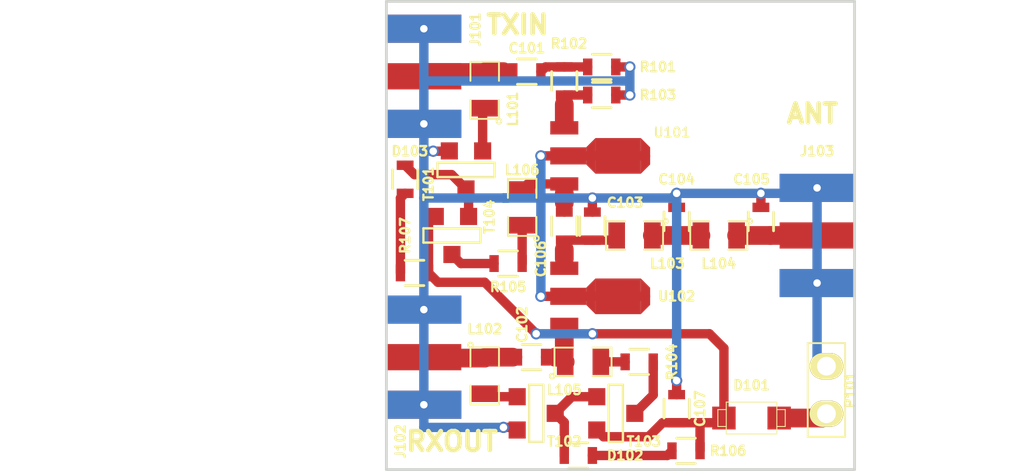
<source format=kicad_pcb>
(kicad_pcb (version 4) (host pcbnew 4.0.7)

  (general
    (links 65)
    (no_connects 0)
    (area -4.849999 16.924999 50.275001 43.575)
    (thickness 1.6)
    (drawings 8)
    (tracks 149)
    (zones 0)
    (modules 33)
    (nets 23)
  )

  (page A4)
  (layers
    (0 F.Cu signal)
    (31 B.Cu signal)
    (32 B.Adhes user)
    (33 F.Adhes user)
    (34 B.Paste user)
    (35 F.Paste user)
    (36 B.SilkS user)
    (37 F.SilkS user)
    (38 B.Mask user)
    (39 F.Mask user)
    (40 Dwgs.User user)
    (41 Cmts.User user)
    (42 Eco1.User user)
    (43 Eco2.User user)
    (44 Edge.Cuts user)
    (45 Margin user)
    (46 B.CrtYd user)
    (47 F.CrtYd user)
    (48 B.Fab user)
    (49 F.Fab user)
  )

  (setup
    (last_trace_width 0.5)
    (user_trace_width 0.4)
    (user_trace_width 0.5)
    (user_trace_width 1)
    (trace_clearance 0.2)
    (zone_clearance 0.508)
    (zone_45_only no)
    (trace_min 0.2)
    (segment_width 0.2)
    (edge_width 0.15)
    (via_size 0.6)
    (via_drill 0.4)
    (via_min_size 0.4)
    (via_min_drill 0.3)
    (uvia_size 0.3)
    (uvia_drill 0.1)
    (uvias_allowed no)
    (uvia_min_size 0.2)
    (uvia_min_drill 0.1)
    (pcb_text_width 0.3)
    (pcb_text_size 1.5 1.5)
    (mod_edge_width 0.15)
    (mod_text_size 1 1)
    (mod_text_width 0.15)
    (pad_size 1.524 1.524)
    (pad_drill 0.762)
    (pad_to_mask_clearance 0.2)
    (aux_axis_origin 0 0)
    (grid_origin 16 17)
    (visible_elements FFFFFF7F)
    (pcbplotparams
      (layerselection 0x00030_80000001)
      (usegerberextensions false)
      (excludeedgelayer true)
      (linewidth 0.100000)
      (plotframeref false)
      (viasonmask false)
      (mode 1)
      (useauxorigin false)
      (hpglpennumber 1)
      (hpglpenspeed 20)
      (hpglpendiameter 15)
      (hpglpenoverlay 2)
      (psnegative false)
      (psa4output false)
      (plotreference true)
      (plotvalue true)
      (plotinvisibletext false)
      (padsonsilk false)
      (subtractmaskfromsilk false)
      (outputformat 1)
      (mirror false)
      (drillshape 1)
      (scaleselection 1)
      (outputdirectory ""))
  )

  (net 0 "")
  (net 1 "Net-(C101-Pad1)")
  (net 2 "Net-(C101-Pad2)")
  (net 3 "Net-(C102-Pad2)")
  (net 4 GND)
  (net 5 "Net-(C103-Pad2)")
  (net 6 "Net-(C104-Pad2)")
  (net 7 "Net-(C105-Pad2)")
  (net 8 "Net-(R102-Pad2)")
  (net 9 "Net-(C102-Pad1)")
  (net 10 "Net-(C106-Pad2)")
  (net 11 "Net-(L101-Pad1)")
  (net 12 "Net-(L102-Pad2)")
  (net 13 "Net-(L105-Pad2)")
  (net 14 "Net-(L106-Pad1)")
  (net 15 "Net-(R104-Pad2)")
  (net 16 "Net-(R105-Pad1)")
  (net 17 VDD)
  (net 18 "Net-(D101-PadA)")
  (net 19 "Net-(D102-Pad1)")
  (net 20 "Net-(D102-Pad2)")
  (net 21 "Net-(D103-Pad1)")
  (net 22 "Net-(D103-Pad2)")

  (net_class Default "This is the default net class."
    (clearance 0.2)
    (trace_width 0.25)
    (via_dia 0.6)
    (via_drill 0.4)
    (uvia_dia 0.3)
    (uvia_drill 0.1)
    (add_net GND)
    (add_net "Net-(C101-Pad1)")
    (add_net "Net-(C101-Pad2)")
    (add_net "Net-(C102-Pad1)")
    (add_net "Net-(C102-Pad2)")
    (add_net "Net-(C103-Pad2)")
    (add_net "Net-(C104-Pad2)")
    (add_net "Net-(C105-Pad2)")
    (add_net "Net-(C106-Pad2)")
    (add_net "Net-(D101-PadA)")
    (add_net "Net-(D102-Pad1)")
    (add_net "Net-(D102-Pad2)")
    (add_net "Net-(D103-Pad1)")
    (add_net "Net-(D103-Pad2)")
    (add_net "Net-(L101-Pad1)")
    (add_net "Net-(L102-Pad2)")
    (add_net "Net-(L105-Pad2)")
    (add_net "Net-(L106-Pad1)")
    (add_net "Net-(R102-Pad2)")
    (add_net "Net-(R104-Pad2)")
    (add_net "Net-(R105-Pad1)")
    (add_net VDD)
  )

  (module txrxdep:0603_m1608 (layer F.Cu) (tedit 59C53EFF) (tstamp 59C54592)
    (at 23.5 20.75 180)
    (descr "Resistor SMD 0603, reflow soldering, Vishay (see dcrcw.pdf)")
    (tags "resistor 0603")
    (path /59C53DB0)
    (attr smd)
    (fp_text reference C101 (at 0 1.25 180) (layer F.SilkS)
      (effects (font (size 0.5 0.5) (thickness 0.125)))
    )
    (fp_text value 100p (at 0 1.9 180) (layer F.SilkS) hide
      (effects (font (size 1 1) (thickness 0.15)))
    )
    (fp_line (start 0.5 0.675) (end -0.5 0.675) (layer F.SilkS) (width 0.15))
    (fp_line (start -0.5 -0.675) (end 0.5 -0.675) (layer F.SilkS) (width 0.15))
    (pad 1 smd rect (at -0.75 0 180) (size 0.5 0.9) (layers F.Cu F.Paste F.Mask)
      (net 1 "Net-(C101-Pad1)"))
    (pad 2 smd rect (at 0.75 0 180) (size 0.5 0.9) (layers F.Cu F.Paste F.Mask)
      (net 2 "Net-(C101-Pad2)"))
    (model Resistors_SMD/R_0603.wrl
      (at (xyz 0 0 0))
      (scale (xyz 1 1 1))
      (rotate (xyz 0 0 0))
    )
  )

  (module txrxdep:0603_m1608 (layer F.Cu) (tedit 5A34324B) (tstamp 59C5459A)
    (at 23.75 36 180)
    (descr "Resistor SMD 0603, reflow soldering, Vishay (see dcrcw.pdf)")
    (tags "resistor 0603")
    (path /59C53DEA)
    (attr smd)
    (fp_text reference C102 (at 0.5 1.75 270) (layer F.SilkS)
      (effects (font (size 0.5 0.5) (thickness 0.125)))
    )
    (fp_text value 100p (at 0 1.9 180) (layer F.SilkS) hide
      (effects (font (size 1 1) (thickness 0.15)))
    )
    (fp_line (start 0.5 0.675) (end -0.5 0.675) (layer F.SilkS) (width 0.15))
    (fp_line (start -0.5 -0.675) (end 0.5 -0.675) (layer F.SilkS) (width 0.15))
    (pad 1 smd rect (at -0.75 0 180) (size 0.5 0.9) (layers F.Cu F.Paste F.Mask)
      (net 9 "Net-(C102-Pad1)"))
    (pad 2 smd rect (at 0.75 0 180) (size 0.5 0.9) (layers F.Cu F.Paste F.Mask)
      (net 3 "Net-(C102-Pad2)"))
    (model Resistors_SMD/R_0603.wrl
      (at (xyz 0 0 0))
      (scale (xyz 1 1 1))
      (rotate (xyz 0 0 0))
    )
  )

  (module txrxdep:0603_m1608 (layer F.Cu) (tedit 59C56B74) (tstamp 59C545A2)
    (at 27 29 270)
    (descr "Resistor SMD 0603, reflow soldering, Vishay (see dcrcw.pdf)")
    (tags "resistor 0603")
    (path /59C54175)
    (attr smd)
    (fp_text reference C103 (at -1.25 -1.75 360) (layer F.SilkS)
      (effects (font (size 0.5 0.5) (thickness 0.125)))
    )
    (fp_text value 100p (at 0 1.9 270) (layer F.SilkS) hide
      (effects (font (size 1 1) (thickness 0.15)))
    )
    (fp_line (start 0.5 0.675) (end -0.5 0.675) (layer F.SilkS) (width 0.15))
    (fp_line (start -0.5 -0.675) (end 0.5 -0.675) (layer F.SilkS) (width 0.15))
    (pad 1 smd rect (at -0.75 0 270) (size 0.5 0.9) (layers F.Cu F.Paste F.Mask)
      (net 4 GND))
    (pad 2 smd rect (at 0.75 0 270) (size 0.5 0.9) (layers F.Cu F.Paste F.Mask)
      (net 5 "Net-(C103-Pad2)"))
    (model Resistors_SMD/R_0603.wrl
      (at (xyz 0 0 0))
      (scale (xyz 1 1 1))
      (rotate (xyz 0 0 0))
    )
  )

  (module txrxdep:0603_m1608 (layer F.Cu) (tedit 5A343255) (tstamp 59C545AA)
    (at 31.5 28.75 270)
    (descr "Resistor SMD 0603, reflow soldering, Vishay (see dcrcw.pdf)")
    (tags "resistor 0603")
    (path /59C54777)
    (attr smd)
    (fp_text reference C104 (at -2.25 0 360) (layer F.SilkS)
      (effects (font (size 0.5 0.5) (thickness 0.125)))
    )
    (fp_text value 100p (at 0 1.9 270) (layer F.SilkS) hide
      (effects (font (size 1 1) (thickness 0.15)))
    )
    (fp_line (start 0.5 0.675) (end -0.5 0.675) (layer F.SilkS) (width 0.15))
    (fp_line (start -0.5 -0.675) (end 0.5 -0.675) (layer F.SilkS) (width 0.15))
    (pad 1 smd rect (at -0.75 0 270) (size 0.5 0.9) (layers F.Cu F.Paste F.Mask)
      (net 4 GND))
    (pad 2 smd rect (at 0.75 0 270) (size 0.5 0.9) (layers F.Cu F.Paste F.Mask)
      (net 6 "Net-(C104-Pad2)"))
    (model Resistors_SMD/R_0603.wrl
      (at (xyz 0 0 0))
      (scale (xyz 1 1 1))
      (rotate (xyz 0 0 0))
    )
  )

  (module txrxdep:0603_m1608 (layer F.Cu) (tedit 5A343259) (tstamp 59C545B2)
    (at 36 28.75 270)
    (descr "Resistor SMD 0603, reflow soldering, Vishay (see dcrcw.pdf)")
    (tags "resistor 0603")
    (path /59C547C1)
    (attr smd)
    (fp_text reference C105 (at -2.25 0.5 360) (layer F.SilkS)
      (effects (font (size 0.5 0.5) (thickness 0.125)))
    )
    (fp_text value 100p (at 0 1.9 270) (layer F.SilkS) hide
      (effects (font (size 1 1) (thickness 0.15)))
    )
    (fp_line (start 0.5 0.675) (end -0.5 0.675) (layer F.SilkS) (width 0.15))
    (fp_line (start -0.5 -0.675) (end 0.5 -0.675) (layer F.SilkS) (width 0.15))
    (pad 1 smd rect (at -0.75 0 270) (size 0.5 0.9) (layers F.Cu F.Paste F.Mask)
      (net 4 GND))
    (pad 2 smd rect (at 0.75 0 270) (size 0.5 0.9) (layers F.Cu F.Paste F.Mask)
      (net 7 "Net-(C105-Pad2)"))
    (model Resistors_SMD/R_0603.wrl
      (at (xyz 0 0 0))
      (scale (xyz 1 1 1))
      (rotate (xyz 0 0 0))
    )
  )

  (module txrxdep:SMA_EDGE_NRW (layer F.Cu) (tedit 5A342DF0) (tstamp 59C545D8)
    (at 18 21 180)
    (path /59C53A9D)
    (fp_text reference J101 (at -2.75 2.5 270) (layer F.SilkS)
      (effects (font (size 0.5 0.5) (thickness 0.125)))
    )
    (fp_text value SMA (at 1 -6.5 180) (layer F.Fab) hide
      (effects (font (size 1 1) (thickness 0.15)))
    )
    (fp_line (start 6.5 -2.5) (end 6 2.5) (layer Dwgs.User) (width 0.15))
    (fp_line (start 7.5 -2.5) (end 7 2.5) (layer Dwgs.User) (width 0.15))
    (fp_line (start 8.5 -2.5) (end 8 2.5) (layer Dwgs.User) (width 0.15))
    (fp_line (start 9.5 -2.5) (end 9 2.5) (layer Dwgs.User) (width 0.15))
    (fp_line (start 10.5 -2.5) (end 10 2.5) (layer Dwgs.User) (width 0.15))
    (fp_line (start 6 2.5) (end 10.5 2.5) (layer Dwgs.User) (width 0.15))
    (fp_line (start 6 -2.5) (end 10.5 -2.5) (layer Dwgs.User) (width 0.15))
    (fp_line (start 6 3) (end 10.5 3) (layer Dwgs.User) (width 0.15))
    (fp_line (start 6 3) (end 6 2.5) (layer Dwgs.User) (width 0.15))
    (fp_line (start 7 2.5) (end 4 2.5) (layer Dwgs.User) (width 0.15))
    (fp_line (start 10.5 -3) (end 6 -3) (layer Dwgs.User) (width 0.15))
    (fp_line (start 7 -2.5) (end 4 -2.5) (layer Dwgs.User) (width 0.15))
    (fp_line (start 6 -3) (end 6 -2.5) (layer Dwgs.User) (width 0.15))
    (fp_line (start 11 -2.5) (end 11 2.5) (layer Dwgs.User) (width 0.15))
    (fp_line (start 11 2.5) (end 10.5 2.5) (layer Dwgs.User) (width 0.15))
    (fp_line (start 10.5 2.5) (end 10.5 3) (layer Dwgs.User) (width 0.15))
    (fp_line (start 11 -2.5) (end 10.5 -2.5) (layer Dwgs.User) (width 0.15))
    (fp_line (start 10.5 -2.5) (end 10.5 -3) (layer Dwgs.User) (width 0.15))
    (fp_line (start 3 -0.5) (end -1 -0.5) (layer Dwgs.User) (width 0.15))
    (fp_line (start -1 -0.5) (end -1 0.5) (layer Dwgs.User) (width 0.15))
    (fp_line (start -1 0.5) (end 3 0.5) (layer Dwgs.User) (width 0.15))
    (fp_line (start -1 -3) (end -1 -2) (layer Dwgs.User) (width 0.15))
    (fp_line (start -1 -2) (end 3 -2) (layer Dwgs.User) (width 0.15))
    (fp_line (start 3 -2) (end 3 2) (layer Dwgs.User) (width 0.15))
    (fp_line (start 3 2) (end -1 2) (layer Dwgs.User) (width 0.15))
    (fp_line (start -1 2) (end -1 3) (layer Dwgs.User) (width 0.15))
    (fp_line (start -1 3) (end 4 3) (layer Dwgs.User) (width 0.15))
    (fp_line (start 4 3) (end 4 -3) (layer Dwgs.User) (width 0.15))
    (fp_line (start -1 -3) (end 4 -3) (layer Dwgs.User) (width 0.15))
    (pad 1 smd rect (at 0 0 180) (size 4 1.4) (layers F.Cu F.Paste F.Mask)
      (net 2 "Net-(C101-Pad2)"))
    (pad 2 smd rect (at 0 -2.54 180) (size 4 1.5) (layers F.Cu F.Paste F.Mask)
      (net 4 GND))
    (pad 2 smd rect (at 0 2.54 180) (size 4 1.5) (layers F.Cu F.Paste F.Mask)
      (net 4 GND))
    (pad 2 smd rect (at 0 -2.54 180) (size 4 1.5) (layers B.Cu B.Paste B.Mask)
      (net 4 GND))
    (pad 2 smd rect (at 0 2.54 180) (size 4 1.5) (layers B.Cu B.Paste B.Mask)
      (net 4 GND))
  )

  (module txrxdep:SMA_EDGE_NRW (layer F.Cu) (tedit 5A342DE7) (tstamp 59C545FE)
    (at 18 36 180)
    (path /59C5495A)
    (fp_text reference J102 (at 1.25 -4.5 270) (layer F.SilkS)
      (effects (font (size 0.5 0.5) (thickness 0.125)))
    )
    (fp_text value SMA (at 1 -6.5 180) (layer F.Fab) hide
      (effects (font (size 1 1) (thickness 0.15)))
    )
    (fp_line (start 6.5 -2.5) (end 6 2.5) (layer Dwgs.User) (width 0.15))
    (fp_line (start 7.5 -2.5) (end 7 2.5) (layer Dwgs.User) (width 0.15))
    (fp_line (start 8.5 -2.5) (end 8 2.5) (layer Dwgs.User) (width 0.15))
    (fp_line (start 9.5 -2.5) (end 9 2.5) (layer Dwgs.User) (width 0.15))
    (fp_line (start 10.5 -2.5) (end 10 2.5) (layer Dwgs.User) (width 0.15))
    (fp_line (start 6 2.5) (end 10.5 2.5) (layer Dwgs.User) (width 0.15))
    (fp_line (start 6 -2.5) (end 10.5 -2.5) (layer Dwgs.User) (width 0.15))
    (fp_line (start 6 3) (end 10.5 3) (layer Dwgs.User) (width 0.15))
    (fp_line (start 6 3) (end 6 2.5) (layer Dwgs.User) (width 0.15))
    (fp_line (start 7 2.5) (end 4 2.5) (layer Dwgs.User) (width 0.15))
    (fp_line (start 10.5 -3) (end 6 -3) (layer Dwgs.User) (width 0.15))
    (fp_line (start 7 -2.5) (end 4 -2.5) (layer Dwgs.User) (width 0.15))
    (fp_line (start 6 -3) (end 6 -2.5) (layer Dwgs.User) (width 0.15))
    (fp_line (start 11 -2.5) (end 11 2.5) (layer Dwgs.User) (width 0.15))
    (fp_line (start 11 2.5) (end 10.5 2.5) (layer Dwgs.User) (width 0.15))
    (fp_line (start 10.5 2.5) (end 10.5 3) (layer Dwgs.User) (width 0.15))
    (fp_line (start 11 -2.5) (end 10.5 -2.5) (layer Dwgs.User) (width 0.15))
    (fp_line (start 10.5 -2.5) (end 10.5 -3) (layer Dwgs.User) (width 0.15))
    (fp_line (start 3 -0.5) (end -1 -0.5) (layer Dwgs.User) (width 0.15))
    (fp_line (start -1 -0.5) (end -1 0.5) (layer Dwgs.User) (width 0.15))
    (fp_line (start -1 0.5) (end 3 0.5) (layer Dwgs.User) (width 0.15))
    (fp_line (start -1 -3) (end -1 -2) (layer Dwgs.User) (width 0.15))
    (fp_line (start -1 -2) (end 3 -2) (layer Dwgs.User) (width 0.15))
    (fp_line (start 3 -2) (end 3 2) (layer Dwgs.User) (width 0.15))
    (fp_line (start 3 2) (end -1 2) (layer Dwgs.User) (width 0.15))
    (fp_line (start -1 2) (end -1 3) (layer Dwgs.User) (width 0.15))
    (fp_line (start -1 3) (end 4 3) (layer Dwgs.User) (width 0.15))
    (fp_line (start 4 3) (end 4 -3) (layer Dwgs.User) (width 0.15))
    (fp_line (start -1 -3) (end 4 -3) (layer Dwgs.User) (width 0.15))
    (pad 1 smd rect (at 0 0 180) (size 4 1.4) (layers F.Cu F.Paste F.Mask)
      (net 3 "Net-(C102-Pad2)"))
    (pad 2 smd rect (at 0 -2.54 180) (size 4 1.5) (layers F.Cu F.Paste F.Mask)
      (net 4 GND))
    (pad 2 smd rect (at 0 2.54 180) (size 4 1.5) (layers F.Cu F.Paste F.Mask)
      (net 4 GND))
    (pad 2 smd rect (at 0 -2.54 180) (size 4 1.5) (layers B.Cu B.Paste B.Mask)
      (net 4 GND))
    (pad 2 smd rect (at 0 2.54 180) (size 4 1.5) (layers B.Cu B.Paste B.Mask)
      (net 4 GND))
  )

  (module txrxdep:SMA_EDGE_NRW (layer F.Cu) (tedit 59C56E39) (tstamp 59C54624)
    (at 39 29.5)
    (path /59C54A32)
    (fp_text reference J103 (at 0 -4.5) (layer F.SilkS)
      (effects (font (size 0.5 0.5) (thickness 0.125)))
    )
    (fp_text value SMA (at 1 -6.5) (layer F.Fab) hide
      (effects (font (size 1 1) (thickness 0.15)))
    )
    (fp_line (start 6.5 -2.5) (end 6 2.5) (layer Dwgs.User) (width 0.15))
    (fp_line (start 7.5 -2.5) (end 7 2.5) (layer Dwgs.User) (width 0.15))
    (fp_line (start 8.5 -2.5) (end 8 2.5) (layer Dwgs.User) (width 0.15))
    (fp_line (start 9.5 -2.5) (end 9 2.5) (layer Dwgs.User) (width 0.15))
    (fp_line (start 10.5 -2.5) (end 10 2.5) (layer Dwgs.User) (width 0.15))
    (fp_line (start 6 2.5) (end 10.5 2.5) (layer Dwgs.User) (width 0.15))
    (fp_line (start 6 -2.5) (end 10.5 -2.5) (layer Dwgs.User) (width 0.15))
    (fp_line (start 6 3) (end 10.5 3) (layer Dwgs.User) (width 0.15))
    (fp_line (start 6 3) (end 6 2.5) (layer Dwgs.User) (width 0.15))
    (fp_line (start 7 2.5) (end 4 2.5) (layer Dwgs.User) (width 0.15))
    (fp_line (start 10.5 -3) (end 6 -3) (layer Dwgs.User) (width 0.15))
    (fp_line (start 7 -2.5) (end 4 -2.5) (layer Dwgs.User) (width 0.15))
    (fp_line (start 6 -3) (end 6 -2.5) (layer Dwgs.User) (width 0.15))
    (fp_line (start 11 -2.5) (end 11 2.5) (layer Dwgs.User) (width 0.15))
    (fp_line (start 11 2.5) (end 10.5 2.5) (layer Dwgs.User) (width 0.15))
    (fp_line (start 10.5 2.5) (end 10.5 3) (layer Dwgs.User) (width 0.15))
    (fp_line (start 11 -2.5) (end 10.5 -2.5) (layer Dwgs.User) (width 0.15))
    (fp_line (start 10.5 -2.5) (end 10.5 -3) (layer Dwgs.User) (width 0.15))
    (fp_line (start 3 -0.5) (end -1 -0.5) (layer Dwgs.User) (width 0.15))
    (fp_line (start -1 -0.5) (end -1 0.5) (layer Dwgs.User) (width 0.15))
    (fp_line (start -1 0.5) (end 3 0.5) (layer Dwgs.User) (width 0.15))
    (fp_line (start -1 -3) (end -1 -2) (layer Dwgs.User) (width 0.15))
    (fp_line (start -1 -2) (end 3 -2) (layer Dwgs.User) (width 0.15))
    (fp_line (start 3 -2) (end 3 2) (layer Dwgs.User) (width 0.15))
    (fp_line (start 3 2) (end -1 2) (layer Dwgs.User) (width 0.15))
    (fp_line (start -1 2) (end -1 3) (layer Dwgs.User) (width 0.15))
    (fp_line (start -1 3) (end 4 3) (layer Dwgs.User) (width 0.15))
    (fp_line (start 4 3) (end 4 -3) (layer Dwgs.User) (width 0.15))
    (fp_line (start -1 -3) (end 4 -3) (layer Dwgs.User) (width 0.15))
    (pad 1 smd rect (at 0 0) (size 4 1.4) (layers F.Cu F.Paste F.Mask)
      (net 7 "Net-(C105-Pad2)"))
    (pad 2 smd rect (at 0 -2.54) (size 4 1.5) (layers F.Cu F.Paste F.Mask)
      (net 4 GND))
    (pad 2 smd rect (at 0 2.54) (size 4 1.5) (layers F.Cu F.Paste F.Mask)
      (net 4 GND))
    (pad 2 smd rect (at 0 -2.54) (size 4 1.5) (layers B.Cu B.Paste B.Mask)
      (net 4 GND))
    (pad 2 smd rect (at 0 2.54) (size 4 1.5) (layers B.Cu B.Paste B.Mask)
      (net 4 GND))
  )

  (module txrxdep:0805_m2012 (layer F.Cu) (tedit 5A342D7E) (tstamp 59C5466F)
    (at 29.25 29.5 180)
    (path /59C54132)
    (attr smd)
    (fp_text reference L103 (at -1.75 -1.5 180) (layer F.SilkS)
      (effects (font (size 0.5 0.5) (thickness 0.125)))
    )
    (fp_text value LSMALL (at 0 0.381 180) (layer F.SilkS) hide
      (effects (font (size 0.50038 0.50038) (thickness 0.10922)))
    )
    (fp_circle (center -1.651 0.762) (end -1.651 0.635) (layer F.SilkS) (width 0.09906))
    (fp_line (start -0.508 0.762) (end -1.524 0.762) (layer F.SilkS) (width 0.09906))
    (fp_line (start -1.524 0.762) (end -1.524 -0.762) (layer F.SilkS) (width 0.09906))
    (fp_line (start -1.524 -0.762) (end -0.508 -0.762) (layer F.SilkS) (width 0.09906))
    (fp_line (start 0.508 -0.762) (end 1.524 -0.762) (layer F.SilkS) (width 0.09906))
    (fp_line (start 1.524 -0.762) (end 1.524 0.762) (layer F.SilkS) (width 0.09906))
    (fp_line (start 1.524 0.762) (end 0.508 0.762) (layer F.SilkS) (width 0.09906))
    (pad 1 smd rect (at -0.9525 0 180) (size 0.889 1.397) (layers F.Cu F.Paste F.Mask)
      (net 6 "Net-(C104-Pad2)"))
    (pad 2 smd rect (at 0.9525 0 180) (size 0.889 1.397) (layers F.Cu F.Paste F.Mask)
      (net 5 "Net-(C103-Pad2)"))
    (model smd/chip_cms.wrl
      (at (xyz 0 0 0))
      (scale (xyz 0.1 0.1 0.1))
      (rotate (xyz 0 0 0))
    )
  )

  (module txrxdep:0805_m2012 (layer F.Cu) (tedit 5A342D86) (tstamp 59C5467C)
    (at 33.75 29.5 180)
    (path /59C54855)
    (attr smd)
    (fp_text reference L104 (at 0 -1.5 180) (layer F.SilkS)
      (effects (font (size 0.5 0.5) (thickness 0.125)))
    )
    (fp_text value LSMALL (at 0 0.381 180) (layer F.SilkS) hide
      (effects (font (size 0.50038 0.50038) (thickness 0.10922)))
    )
    (fp_circle (center -1.651 0.762) (end -1.651 0.635) (layer F.SilkS) (width 0.09906))
    (fp_line (start -0.508 0.762) (end -1.524 0.762) (layer F.SilkS) (width 0.09906))
    (fp_line (start -1.524 0.762) (end -1.524 -0.762) (layer F.SilkS) (width 0.09906))
    (fp_line (start -1.524 -0.762) (end -0.508 -0.762) (layer F.SilkS) (width 0.09906))
    (fp_line (start 0.508 -0.762) (end 1.524 -0.762) (layer F.SilkS) (width 0.09906))
    (fp_line (start 1.524 -0.762) (end 1.524 0.762) (layer F.SilkS) (width 0.09906))
    (fp_line (start 1.524 0.762) (end 0.508 0.762) (layer F.SilkS) (width 0.09906))
    (pad 1 smd rect (at -0.9525 0 180) (size 0.889 1.397) (layers F.Cu F.Paste F.Mask)
      (net 7 "Net-(C105-Pad2)"))
    (pad 2 smd rect (at 0.9525 0 180) (size 0.889 1.397) (layers F.Cu F.Paste F.Mask)
      (net 6 "Net-(C104-Pad2)"))
    (model smd/chip_cms.wrl
      (at (xyz 0 0 0))
      (scale (xyz 0.1 0.1 0.1))
      (rotate (xyz 0 0 0))
    )
  )

  (module txrxdep:0603_m1608 (layer F.Cu) (tedit 5A343261) (tstamp 59C54684)
    (at 27.5 20.5)
    (descr "Resistor SMD 0603, reflow soldering, Vishay (see dcrcw.pdf)")
    (tags "resistor 0603")
    (path /59C54329)
    (attr smd)
    (fp_text reference R101 (at 3 0) (layer F.SilkS)
      (effects (font (size 0.5 0.5) (thickness 0.125)))
    )
    (fp_text value RSMALL (at 0 1.9) (layer F.SilkS) hide
      (effects (font (size 1 1) (thickness 0.15)))
    )
    (fp_line (start 0.5 0.675) (end -0.5 0.675) (layer F.SilkS) (width 0.15))
    (fp_line (start -0.5 -0.675) (end 0.5 -0.675) (layer F.SilkS) (width 0.15))
    (pad 1 smd rect (at -0.75 0) (size 0.5 0.9) (layers F.Cu F.Paste F.Mask)
      (net 1 "Net-(C101-Pad1)"))
    (pad 2 smd rect (at 0.75 0) (size 0.5 0.9) (layers F.Cu F.Paste F.Mask)
      (net 4 GND))
    (model Resistors_SMD/R_0603.wrl
      (at (xyz 0 0 0))
      (scale (xyz 1 1 1))
      (rotate (xyz 0 0 0))
    )
  )

  (module txrxdep:0603_m1608 (layer F.Cu) (tedit 5A342DF9) (tstamp 59C5468C)
    (at 25.5 21.25 270)
    (descr "Resistor SMD 0603, reflow soldering, Vishay (see dcrcw.pdf)")
    (tags "resistor 0603")
    (path /59C542CF)
    (attr smd)
    (fp_text reference R102 (at -2 -0.25 360) (layer F.SilkS)
      (effects (font (size 0.5 0.5) (thickness 0.125)))
    )
    (fp_text value RSMALL (at 0 1.9 270) (layer F.SilkS) hide
      (effects (font (size 1 1) (thickness 0.15)))
    )
    (fp_line (start 0.5 0.675) (end -0.5 0.675) (layer F.SilkS) (width 0.15))
    (fp_line (start -0.5 -0.675) (end 0.5 -0.675) (layer F.SilkS) (width 0.15))
    (pad 1 smd rect (at -0.75 0 270) (size 0.5 0.9) (layers F.Cu F.Paste F.Mask)
      (net 1 "Net-(C101-Pad1)"))
    (pad 2 smd rect (at 0.75 0 270) (size 0.5 0.9) (layers F.Cu F.Paste F.Mask)
      (net 8 "Net-(R102-Pad2)"))
    (model Resistors_SMD/R_0603.wrl
      (at (xyz 0 0 0))
      (scale (xyz 1 1 1))
      (rotate (xyz 0 0 0))
    )
  )

  (module txrxdep:0603_m1608 (layer F.Cu) (tedit 5A34325E) (tstamp 59C54694)
    (at 27.5 22)
    (descr "Resistor SMD 0603, reflow soldering, Vishay (see dcrcw.pdf)")
    (tags "resistor 0603")
    (path /59C54377)
    (attr smd)
    (fp_text reference R103 (at 3 0) (layer F.SilkS)
      (effects (font (size 0.5 0.5) (thickness 0.125)))
    )
    (fp_text value RSMALL (at 0 1.9) (layer F.SilkS) hide
      (effects (font (size 1 1) (thickness 0.15)))
    )
    (fp_line (start 0.5 0.675) (end -0.5 0.675) (layer F.SilkS) (width 0.15))
    (fp_line (start -0.5 -0.675) (end 0.5 -0.675) (layer F.SilkS) (width 0.15))
    (pad 1 smd rect (at -0.75 0) (size 0.5 0.9) (layers F.Cu F.Paste F.Mask)
      (net 8 "Net-(R102-Pad2)"))
    (pad 2 smd rect (at 0.75 0) (size 0.5 0.9) (layers F.Cu F.Paste F.Mask)
      (net 4 GND))
    (model Resistors_SMD/R_0603.wrl
      (at (xyz 0 0 0))
      (scale (xyz 1 1 1))
      (rotate (xyz 0 0 0))
    )
  )

  (module txrxdep:SOT89 (layer F.Cu) (tedit 59C56B6B) (tstamp 59C541A2)
    (at 25.5 25.25 270)
    (path /59C54D2F)
    (fp_text reference U101 (at -1.25 -5.75 360) (layer F.SilkS)
      (effects (font (size 0.5 0.5) (thickness 0.1)))
    )
    (fp_text value MMIC_SMALL (at 0 -6 270) (layer F.SilkS) hide
      (effects (font (size 0.5 0.5) (thickness 0.1)))
    )
    (pad 2 smd rect (at 0 -0.20955 270) (size 0.9144 1.9177) (layers F.Cu F.Paste F.Mask)
      (net 4 GND))
    (pad 3 smd rect (at 1.4986 0 270) (size 0.7112 1.4986) (layers F.Cu F.Paste F.Mask)
      (net 10 "Net-(C106-Pad2)"))
    (pad 1 smd rect (at -1.4986 0 270) (size 0.7112 1.4986) (layers F.Cu F.Paste F.Mask)
      (net 8 "Net-(R102-Pad2)"))
    (pad 2 smd trapezoid (at 0 -1.41605 270) (size 1.4097 0.4953) (rect_delta 0 -0.4953 ) (layers F.Cu F.Paste F.Mask)
      (net 4 GND))
    (pad 2 smd rect (at 0 -2.87655 270) (size 1.905 2.4257) (layers F.Cu F.Paste F.Mask)
      (net 4 GND))
    (pad 2 smd trapezoid (at 0 -4.33705 270) (size 1.4097 0.4953) (rect_delta 0 0.4953 ) (layers F.Cu F.Paste F.Mask)
      (net 4 GND))
  )

  (module txrxdep:SOT89 (layer F.Cu) (tedit 5A342D75) (tstamp 59C541AC)
    (at 25.5 32.75 270)
    (path /59C54DB0)
    (fp_text reference U102 (at 0 -6 360) (layer F.SilkS)
      (effects (font (size 0.5 0.5) (thickness 0.125)))
    )
    (fp_text value PGA-103+ (at 0 -6 270) (layer F.SilkS) hide
      (effects (font (size 0.5 0.5) (thickness 0.1)))
    )
    (pad 2 smd rect (at 0 -0.20955 270) (size 0.9144 1.9177) (layers F.Cu F.Paste F.Mask)
      (net 4 GND))
    (pad 3 smd rect (at 1.4986 0 270) (size 0.7112 1.4986) (layers F.Cu F.Paste F.Mask)
      (net 9 "Net-(C102-Pad1)"))
    (pad 1 smd rect (at -1.4986 0 270) (size 0.7112 1.4986) (layers F.Cu F.Paste F.Mask)
      (net 5 "Net-(C103-Pad2)"))
    (pad 2 smd trapezoid (at 0 -1.41605 270) (size 1.4097 0.4953) (rect_delta 0 -0.4953 ) (layers F.Cu F.Paste F.Mask)
      (net 4 GND))
    (pad 2 smd rect (at 0 -2.87655 270) (size 1.905 2.4257) (layers F.Cu F.Paste F.Mask)
      (net 4 GND))
    (pad 2 smd trapezoid (at 0 -4.33705 270) (size 1.4097 0.4953) (rect_delta 0 0.4953 ) (layers F.Cu F.Paste F.Mask)
      (net 4 GND))
  )

  (module txrxdep:0603_m1608 (layer F.Cu) (tedit 5A340FB1) (tstamp 59C566BC)
    (at 25.5 29 90)
    (descr "Resistor SMD 0603, reflow soldering, Vishay (see dcrcw.pdf)")
    (tags "resistor 0603")
    (path /59C56602)
    (attr smd)
    (fp_text reference C106 (at -1.75 -1.25 270) (layer F.SilkS)
      (effects (font (size 0.5 0.5) (thickness 0.125)))
    )
    (fp_text value 100p (at 0 1.9 90) (layer F.SilkS) hide
      (effects (font (size 1 1) (thickness 0.15)))
    )
    (fp_line (start 0.5 0.675) (end -0.5 0.675) (layer F.SilkS) (width 0.15))
    (fp_line (start -0.5 -0.675) (end 0.5 -0.675) (layer F.SilkS) (width 0.15))
    (pad 1 smd rect (at -0.75 0 90) (size 0.5 0.9) (layers F.Cu F.Paste F.Mask)
      (net 5 "Net-(C103-Pad2)"))
    (pad 2 smd rect (at 0.75 0 90) (size 0.5 0.9) (layers F.Cu F.Paste F.Mask)
      (net 10 "Net-(C106-Pad2)"))
    (model Resistors_SMD/R_0603.wrl
      (at (xyz 0 0 0))
      (scale (xyz 1 1 1))
      (rotate (xyz 0 0 0))
    )
  )

  (module txrxdep:0603_m1608 (layer F.Cu) (tedit 5A342E37) (tstamp 59C566DC)
    (at 29.5 36.25)
    (descr "Resistor SMD 0603, reflow soldering, Vishay (see dcrcw.pdf)")
    (tags "resistor 0603")
    (path /59C56928)
    (attr smd)
    (fp_text reference R104 (at 1.75 0 90) (layer F.SilkS)
      (effects (font (size 0.5 0.5) (thickness 0.125)))
    )
    (fp_text value RSMALL (at 0 1.9) (layer F.SilkS) hide
      (effects (font (size 1 1) (thickness 0.15)))
    )
    (fp_line (start 0.5 0.675) (end -0.5 0.675) (layer F.SilkS) (width 0.15))
    (fp_line (start -0.5 -0.675) (end 0.5 -0.675) (layer F.SilkS) (width 0.15))
    (pad 1 smd rect (at -0.75 0) (size 0.5 0.9) (layers F.Cu F.Paste F.Mask)
      (net 13 "Net-(L105-Pad2)"))
    (pad 2 smd rect (at 0.75 0) (size 0.5 0.9) (layers F.Cu F.Paste F.Mask)
      (net 15 "Net-(R104-Pad2)"))
    (model Resistors_SMD/R_0603.wrl
      (at (xyz 0 0 0))
      (scale (xyz 1 1 1))
      (rotate (xyz 0 0 0))
    )
  )

  (module txrxdep:0603_m1608 (layer F.Cu) (tedit 59C56B12) (tstamp 59C566E4)
    (at 22.5 31)
    (descr "Resistor SMD 0603, reflow soldering, Vishay (see dcrcw.pdf)")
    (tags "resistor 0603")
    (path /59C566F3)
    (attr smd)
    (fp_text reference R105 (at 0 1.25) (layer F.SilkS)
      (effects (font (size 0.5 0.5) (thickness 0.125)))
    )
    (fp_text value RSMALL (at 0 1.9) (layer F.SilkS) hide
      (effects (font (size 1 1) (thickness 0.15)))
    )
    (fp_line (start 0.5 0.675) (end -0.5 0.675) (layer F.SilkS) (width 0.15))
    (fp_line (start -0.5 -0.675) (end 0.5 -0.675) (layer F.SilkS) (width 0.15))
    (pad 1 smd rect (at -0.75 0) (size 0.5 0.9) (layers F.Cu F.Paste F.Mask)
      (net 16 "Net-(R105-Pad1)"))
    (pad 2 smd rect (at 0.75 0) (size 0.5 0.9) (layers F.Cu F.Paste F.Mask)
      (net 14 "Net-(L106-Pad1)"))
    (model Resistors_SMD/R_0603.wrl
      (at (xyz 0 0 0))
      (scale (xyz 1 1 1))
      (rotate (xyz 0 0 0))
    )
  )

  (module txrxdep:SOT23GDS (layer F.Cu) (tedit 59C56B5E) (tstamp 59C566EF)
    (at 20.25 26)
    (descr "Module CMS SOT23 Transistore EBC")
    (tags "CMS SOT")
    (path /59C56B98)
    (attr smd)
    (fp_text reference T101 (at -2 0.75 90) (layer F.SilkS)
      (effects (font (size 0.5 0.5) (thickness 0.125)))
    )
    (fp_text value MOSN_SMALL (at 0 0) (layer F.SilkS) hide
      (effects (font (size 0.762 0.762) (thickness 0.1905)))
    )
    (fp_line (start -1.524 -0.381) (end 1.524 -0.381) (layer F.SilkS) (width 0.127))
    (fp_line (start 1.524 -0.381) (end 1.524 0.381) (layer F.SilkS) (width 0.127))
    (fp_line (start 1.524 0.381) (end -1.524 0.381) (layer F.SilkS) (width 0.127))
    (fp_line (start -1.524 0.381) (end -1.524 -0.381) (layer F.SilkS) (width 0.127))
    (pad S smd rect (at -0.889 -1.016) (size 0.9144 0.9144) (layers F.Cu F.Paste F.Mask)
      (net 4 GND))
    (pad G smd rect (at 0.889 -1.016) (size 0.9144 0.9144) (layers F.Cu F.Paste F.Mask)
      (net 11 "Net-(L101-Pad1)"))
    (pad D smd rect (at 0 1.016) (size 0.9144 0.9144) (layers F.Cu F.Paste F.Mask)
      (net 22 "Net-(D103-Pad2)"))
    (model smd/cms_sot23.wrl
      (at (xyz 0 0 0))
      (scale (xyz 0.13 0.15 0.15))
      (rotate (xyz 0 0 0))
    )
  )

  (module txrxdep:SOT23GDS (layer F.Cu) (tedit 59C56E6E) (tstamp 59C566FA)
    (at 24 39 90)
    (descr "Module CMS SOT23 Transistore EBC")
    (tags "CMS SOT")
    (path /59C57381)
    (attr smd)
    (fp_text reference T102 (at -1.5 1.5 180) (layer F.SilkS)
      (effects (font (size 0.5 0.5) (thickness 0.125)))
    )
    (fp_text value MOSN_SMALL (at 0 0 90) (layer F.SilkS) hide
      (effects (font (size 0.762 0.762) (thickness 0.1905)))
    )
    (fp_line (start -1.524 -0.381) (end 1.524 -0.381) (layer F.SilkS) (width 0.127))
    (fp_line (start 1.524 -0.381) (end 1.524 0.381) (layer F.SilkS) (width 0.127))
    (fp_line (start 1.524 0.381) (end -1.524 0.381) (layer F.SilkS) (width 0.127))
    (fp_line (start -1.524 0.381) (end -1.524 -0.381) (layer F.SilkS) (width 0.127))
    (pad S smd rect (at -0.889 -1.016 90) (size 0.9144 0.9144) (layers F.Cu F.Paste F.Mask)
      (net 4 GND))
    (pad G smd rect (at 0.889 -1.016 90) (size 0.9144 0.9144) (layers F.Cu F.Paste F.Mask)
      (net 12 "Net-(L102-Pad2)"))
    (pad D smd rect (at 0 1.016 90) (size 0.9144 0.9144) (layers F.Cu F.Paste F.Mask)
      (net 20 "Net-(D102-Pad2)"))
    (model smd/cms_sot23.wrl
      (at (xyz 0 0 0))
      (scale (xyz 0.13 0.15 0.15))
      (rotate (xyz 0 0 0))
    )
  )

  (module txrxdep:SOT23GDS (layer F.Cu) (tedit 59C56E74) (tstamp 59C56705)
    (at 28.25 39 90)
    (descr "Module CMS SOT23 Transistore EBC")
    (tags "CMS SOT")
    (path /59C574C6)
    (attr smd)
    (fp_text reference T103 (at -1.5 1.5 180) (layer F.SilkS)
      (effects (font (size 0.5 0.5) (thickness 0.125)))
    )
    (fp_text value MOSP_SMALL (at 0 0 90) (layer F.SilkS) hide
      (effects (font (size 0.762 0.762) (thickness 0.1905)))
    )
    (fp_line (start -1.524 -0.381) (end 1.524 -0.381) (layer F.SilkS) (width 0.127))
    (fp_line (start 1.524 -0.381) (end 1.524 0.381) (layer F.SilkS) (width 0.127))
    (fp_line (start 1.524 0.381) (end -1.524 0.381) (layer F.SilkS) (width 0.127))
    (fp_line (start -1.524 0.381) (end -1.524 -0.381) (layer F.SilkS) (width 0.127))
    (pad S smd rect (at -0.889 -1.016 90) (size 0.9144 0.9144) (layers F.Cu F.Paste F.Mask)
      (net 17 VDD))
    (pad G smd rect (at 0.889 -1.016 90) (size 0.9144 0.9144) (layers F.Cu F.Paste F.Mask)
      (net 20 "Net-(D102-Pad2)"))
    (pad D smd rect (at 0 1.016 90) (size 0.9144 0.9144) (layers F.Cu F.Paste F.Mask)
      (net 15 "Net-(R104-Pad2)"))
    (model smd/cms_sot23.wrl
      (at (xyz 0 0 0))
      (scale (xyz 0.13 0.15 0.15))
      (rotate (xyz 0 0 0))
    )
  )

  (module txrxdep:SOT23GDS (layer F.Cu) (tedit 5A3427D4) (tstamp 59C56710)
    (at 19.5 29.5)
    (descr "Module CMS SOT23 Transistore EBC")
    (tags "CMS SOT")
    (path /59C56A12)
    (attr smd)
    (fp_text reference T104 (at 2 -1 270) (layer F.SilkS)
      (effects (font (size 0.5 0.5) (thickness 0.125)))
    )
    (fp_text value MOSP_SMALL (at 0 0) (layer F.SilkS) hide
      (effects (font (size 0.762 0.762) (thickness 0.1905)))
    )
    (fp_line (start -1.524 -0.381) (end 1.524 -0.381) (layer F.SilkS) (width 0.127))
    (fp_line (start 1.524 -0.381) (end 1.524 0.381) (layer F.SilkS) (width 0.127))
    (fp_line (start 1.524 0.381) (end -1.524 0.381) (layer F.SilkS) (width 0.127))
    (fp_line (start -1.524 0.381) (end -1.524 -0.381) (layer F.SilkS) (width 0.127))
    (pad S smd rect (at -0.889 -1.016) (size 0.9144 0.9144) (layers F.Cu F.Paste F.Mask)
      (net 17 VDD))
    (pad G smd rect (at 0.889 -1.016) (size 0.9144 0.9144) (layers F.Cu F.Paste F.Mask)
      (net 22 "Net-(D103-Pad2)"))
    (pad D smd rect (at 0 1.016) (size 0.9144 0.9144) (layers F.Cu F.Paste F.Mask)
      (net 16 "Net-(R105-Pad1)"))
    (model smd/cms_sot23.wrl
      (at (xyz 0 0 0))
      (scale (xyz 0.13 0.15 0.15))
      (rotate (xyz 0 0 0))
    )
  )

  (module txrxdep:0603_m1608 (layer F.Cu) (tedit 59C56BDF) (tstamp 59C56A5B)
    (at 31.5 38.75 270)
    (descr "Resistor SMD 0603, reflow soldering, Vishay (see dcrcw.pdf)")
    (tags "resistor 0603")
    (path /59C56AB5)
    (attr smd)
    (fp_text reference C107 (at 0 -1.25 450) (layer F.SilkS)
      (effects (font (size 0.5 0.5) (thickness 0.125)))
    )
    (fp_text value 100p (at 0 1.9 270) (layer F.SilkS) hide
      (effects (font (size 1 1) (thickness 0.15)))
    )
    (fp_line (start 0.5 0.675) (end -0.5 0.675) (layer F.SilkS) (width 0.15))
    (fp_line (start -0.5 -0.675) (end 0.5 -0.675) (layer F.SilkS) (width 0.15))
    (pad 1 smd rect (at -0.75 0 270) (size 0.5 0.9) (layers F.Cu F.Paste F.Mask)
      (net 4 GND))
    (pad 2 smd rect (at 0.75 0 270) (size 0.5 0.9) (layers F.Cu F.Paste F.Mask)
      (net 17 VDD))
    (model Resistors_SMD/R_0603.wrl
      (at (xyz 0 0 0))
      (scale (xyz 1 1 1))
      (rotate (xyz 0 0 0))
    )
  )

  (module txrxdep:0805_m2012 (layer F.Cu) (tedit 5A342DB4) (tstamp 59C56A5C)
    (at 21.25 21.75 90)
    (path /59C53CED)
    (attr smd)
    (fp_text reference L101 (at -1 1.5 90) (layer F.SilkS)
      (effects (font (size 0.5 0.5) (thickness 0.125)))
    )
    (fp_text value 3u3 (at 0 0.381 90) (layer F.SilkS) hide
      (effects (font (size 0.50038 0.50038) (thickness 0.10922)))
    )
    (fp_circle (center -1.651 0.762) (end -1.651 0.635) (layer F.SilkS) (width 0.09906))
    (fp_line (start -0.508 0.762) (end -1.524 0.762) (layer F.SilkS) (width 0.09906))
    (fp_line (start -1.524 0.762) (end -1.524 -0.762) (layer F.SilkS) (width 0.09906))
    (fp_line (start -1.524 -0.762) (end -0.508 -0.762) (layer F.SilkS) (width 0.09906))
    (fp_line (start 0.508 -0.762) (end 1.524 -0.762) (layer F.SilkS) (width 0.09906))
    (fp_line (start 1.524 -0.762) (end 1.524 0.762) (layer F.SilkS) (width 0.09906))
    (fp_line (start 1.524 0.762) (end 0.508 0.762) (layer F.SilkS) (width 0.09906))
    (pad 1 smd rect (at -0.9525 0 90) (size 0.889 1.397) (layers F.Cu F.Paste F.Mask)
      (net 11 "Net-(L101-Pad1)"))
    (pad 2 smd rect (at 0.9525 0 90) (size 0.889 1.397) (layers F.Cu F.Paste F.Mask)
      (net 2 "Net-(C101-Pad2)"))
    (model smd/chip_cms.wrl
      (at (xyz 0 0 0))
      (scale (xyz 0.1 0.1 0.1))
      (rotate (xyz 0 0 0))
    )
  )

  (module txrxdep:0805_m2012 (layer F.Cu) (tedit 5A342D9B) (tstamp 59C56A68)
    (at 21.25 37 270)
    (path /59C53D40)
    (attr smd)
    (fp_text reference L102 (at -2.5 0 360) (layer F.SilkS)
      (effects (font (size 0.5 0.5) (thickness 0.125)))
    )
    (fp_text value 3u3 (at 0 0.381 270) (layer F.SilkS) hide
      (effects (font (size 0.50038 0.50038) (thickness 0.10922)))
    )
    (fp_circle (center -1.651 0.762) (end -1.651 0.635) (layer F.SilkS) (width 0.09906))
    (fp_line (start -0.508 0.762) (end -1.524 0.762) (layer F.SilkS) (width 0.09906))
    (fp_line (start -1.524 0.762) (end -1.524 -0.762) (layer F.SilkS) (width 0.09906))
    (fp_line (start -1.524 -0.762) (end -0.508 -0.762) (layer F.SilkS) (width 0.09906))
    (fp_line (start 0.508 -0.762) (end 1.524 -0.762) (layer F.SilkS) (width 0.09906))
    (fp_line (start 1.524 -0.762) (end 1.524 0.762) (layer F.SilkS) (width 0.09906))
    (fp_line (start 1.524 0.762) (end 0.508 0.762) (layer F.SilkS) (width 0.09906))
    (pad 1 smd rect (at -0.9525 0 270) (size 0.889 1.397) (layers F.Cu F.Paste F.Mask)
      (net 3 "Net-(C102-Pad2)"))
    (pad 2 smd rect (at 0.9525 0 270) (size 0.889 1.397) (layers F.Cu F.Paste F.Mask)
      (net 12 "Net-(L102-Pad2)"))
    (model smd/chip_cms.wrl
      (at (xyz 0 0 0))
      (scale (xyz 0.1 0.1 0.1))
      (rotate (xyz 0 0 0))
    )
  )

  (module txrxdep:0805_m2012 (layer F.Cu) (tedit 5A342DA1) (tstamp 59C56A74)
    (at 26.5 36.25)
    (path /59C56866)
    (attr smd)
    (fp_text reference L105 (at -1 1.5) (layer F.SilkS)
      (effects (font (size 0.5 0.5) (thickness 0.125)))
    )
    (fp_text value LSMALL (at 0 0.381) (layer F.SilkS) hide
      (effects (font (size 0.50038 0.50038) (thickness 0.10922)))
    )
    (fp_circle (center -1.651 0.762) (end -1.651 0.635) (layer F.SilkS) (width 0.09906))
    (fp_line (start -0.508 0.762) (end -1.524 0.762) (layer F.SilkS) (width 0.09906))
    (fp_line (start -1.524 0.762) (end -1.524 -0.762) (layer F.SilkS) (width 0.09906))
    (fp_line (start -1.524 -0.762) (end -0.508 -0.762) (layer F.SilkS) (width 0.09906))
    (fp_line (start 0.508 -0.762) (end 1.524 -0.762) (layer F.SilkS) (width 0.09906))
    (fp_line (start 1.524 -0.762) (end 1.524 0.762) (layer F.SilkS) (width 0.09906))
    (fp_line (start 1.524 0.762) (end 0.508 0.762) (layer F.SilkS) (width 0.09906))
    (pad 1 smd rect (at -0.9525 0) (size 0.889 1.397) (layers F.Cu F.Paste F.Mask)
      (net 9 "Net-(C102-Pad1)"))
    (pad 2 smd rect (at 0.9525 0) (size 0.889 1.397) (layers F.Cu F.Paste F.Mask)
      (net 13 "Net-(L105-Pad2)"))
    (model smd/chip_cms.wrl
      (at (xyz 0 0 0))
      (scale (xyz 0.1 0.1 0.1))
      (rotate (xyz 0 0 0))
    )
  )

  (module txrxdep:0805_m2012 (layer F.Cu) (tedit 5A342D95) (tstamp 59C56A80)
    (at 23.25 28 90)
    (path /59C56674)
    (attr smd)
    (fp_text reference L106 (at 2 0 180) (layer F.SilkS)
      (effects (font (size 0.5 0.5) (thickness 0.125)))
    )
    (fp_text value LSMALL (at 0 0.381 90) (layer F.SilkS) hide
      (effects (font (size 0.50038 0.50038) (thickness 0.10922)))
    )
    (fp_circle (center -1.651 0.762) (end -1.651 0.635) (layer F.SilkS) (width 0.09906))
    (fp_line (start -0.508 0.762) (end -1.524 0.762) (layer F.SilkS) (width 0.09906))
    (fp_line (start -1.524 0.762) (end -1.524 -0.762) (layer F.SilkS) (width 0.09906))
    (fp_line (start -1.524 -0.762) (end -0.508 -0.762) (layer F.SilkS) (width 0.09906))
    (fp_line (start 0.508 -0.762) (end 1.524 -0.762) (layer F.SilkS) (width 0.09906))
    (fp_line (start 1.524 -0.762) (end 1.524 0.762) (layer F.SilkS) (width 0.09906))
    (fp_line (start 1.524 0.762) (end 0.508 0.762) (layer F.SilkS) (width 0.09906))
    (pad 1 smd rect (at -0.9525 0 90) (size 0.889 1.397) (layers F.Cu F.Paste F.Mask)
      (net 14 "Net-(L106-Pad1)"))
    (pad 2 smd rect (at 0.9525 0 90) (size 0.889 1.397) (layers F.Cu F.Paste F.Mask)
      (net 10 "Net-(C106-Pad2)"))
    (model smd/chip_cms.wrl
      (at (xyz 0 0 0))
      (scale (xyz 0.1 0.1 0.1))
      (rotate (xyz 0 0 0))
    )
  )

  (module txrxdep:PINS-2.54-1x2 (layer F.Cu) (tedit 569DE94D) (tstamp 59C5728E)
    (at 39.5 37.75 90)
    (path /59C5697B)
    (fp_text reference P101 (at 0 1.27 90) (layer F.SilkS)
      (effects (font (size 0.5 0.5) (thickness 0.125)))
    )
    (fp_text value CONN_01X02 (at 0 -1.27 90) (layer F.Fab) hide
      (effects (font (size 0.5 0.5) (thickness 0.125)))
    )
    (fp_line (start 2.5 1) (end 2.5 -1) (layer F.SilkS) (width 0.1))
    (fp_line (start -2.5 -1) (end 2.5 -1) (layer F.SilkS) (width 0.1))
    (fp_line (start 2.5 1) (end -2.5 1) (layer F.SilkS) (width 0.1))
    (fp_line (start -2.5 1) (end -2.5 -1) (layer F.SilkS) (width 0.1))
    (pad 1 thru_hole oval (at -1.27 0 90) (size 1.4 1.8) (drill 1) (layers *.Cu *.Mask F.SilkS)
      (net 18 "Net-(D101-PadA)"))
    (pad 2 thru_hole oval (at 1.27 0 90) (size 1.4 1.8) (drill 1) (layers *.Cu *.Mask F.SilkS)
      (net 4 GND))
  )

  (module txrxdep:SOD123 (layer F.Cu) (tedit 5A342DAC) (tstamp 5A34133F)
    (at 35.5 39.25 180)
    (path /5A341B1E)
    (fp_text reference D101 (at 0 1.75 360) (layer F.SilkS)
      (effects (font (size 0.5 0.5) (thickness 0.125)))
    )
    (fp_text value DIODE (at 0 -1 180) (layer F.Fab) hide
      (effects (font (size 0.5 0.5) (thickness 0.125)))
    )
    (fp_line (start -1.35 -0.45) (end -1.8 -0.45) (layer F.SilkS) (width 0.05))
    (fp_line (start -1.8 -0.45) (end -1.8 0.45) (layer F.SilkS) (width 0.05))
    (fp_line (start -1.8 0.45) (end -1.35 0.45) (layer F.SilkS) (width 0.05))
    (fp_line (start 1.8 -0.45) (end 1.35 -0.45) (layer F.SilkS) (width 0.05))
    (fp_line (start 1.8 -0.45) (end 1.8 0.45) (layer F.SilkS) (width 0.05))
    (fp_line (start 1.8 0.45) (end 1.35 0.45) (layer F.SilkS) (width 0.05))
    (fp_line (start -1.35 -0.85) (end -1.35 0.85) (layer F.SilkS) (width 0.05))
    (fp_line (start -1.35 0.85) (end 1.35 0.85) (layer F.SilkS) (width 0.05))
    (fp_line (start 1.35 0.85) (end 1.35 -0.85) (layer F.SilkS) (width 0.05))
    (fp_line (start 1.35 -0.85) (end -1.35 -0.85) (layer F.SilkS) (width 0.05))
    (pad A smd rect (at -1.475 0 180) (size 1.25 1.22) (layers F.Cu F.Paste F.Mask)
      (net 18 "Net-(D101-PadA)"))
    (pad K smd rect (at 1.475 0 180) (size 1.25 1.22) (layers F.Cu F.Paste F.Mask)
      (net 17 VDD))
  )

  (module txrxdep:0603_m1608 (layer F.Cu) (tedit 5A342814) (tstamp 5A3413BA)
    (at 26.25 41.25 180)
    (descr "Resistor SMD 0603, reflow soldering, Vishay (see dcrcw.pdf)")
    (tags "resistor 0603")
    (path /5A341E1C)
    (attr smd)
    (fp_text reference D102 (at -2.5 0 180) (layer F.SilkS)
      (effects (font (size 0.5 0.5) (thickness 0.125)))
    )
    (fp_text value LED (at 0 1.9 180) (layer F.SilkS) hide
      (effects (font (size 1 1) (thickness 0.15)))
    )
    (fp_line (start 0.5 0.675) (end -0.5 0.675) (layer F.SilkS) (width 0.15))
    (fp_line (start -0.5 -0.675) (end 0.5 -0.675) (layer F.SilkS) (width 0.15))
    (pad 1 smd rect (at -0.75 0 180) (size 0.5 0.9) (layers F.Cu F.Paste F.Mask)
      (net 19 "Net-(D102-Pad1)"))
    (pad 2 smd rect (at 0.75 0 180) (size 0.5 0.9) (layers F.Cu F.Paste F.Mask)
      (net 20 "Net-(D102-Pad2)"))
    (model Resistors_SMD/R_0603.wrl
      (at (xyz 0 0 0))
      (scale (xyz 1 1 1))
      (rotate (xyz 0 0 0))
    )
  )

  (module txrxdep:0603_m1608 (layer F.Cu) (tedit 5A34280B) (tstamp 5A3413C2)
    (at 32 41 180)
    (descr "Resistor SMD 0603, reflow soldering, Vishay (see dcrcw.pdf)")
    (tags "resistor 0603")
    (path /5A341EFF)
    (attr smd)
    (fp_text reference R106 (at -2.25 0 180) (layer F.SilkS)
      (effects (font (size 0.5 0.5) (thickness 0.125)))
    )
    (fp_text value RSMALL (at 0 1.9 180) (layer F.SilkS) hide
      (effects (font (size 1 1) (thickness 0.15)))
    )
    (fp_line (start 0.5 0.675) (end -0.5 0.675) (layer F.SilkS) (width 0.15))
    (fp_line (start -0.5 -0.675) (end 0.5 -0.675) (layer F.SilkS) (width 0.15))
    (pad 1 smd rect (at -0.75 0 180) (size 0.5 0.9) (layers F.Cu F.Paste F.Mask)
      (net 17 VDD))
    (pad 2 smd rect (at 0.75 0 180) (size 0.5 0.9) (layers F.Cu F.Paste F.Mask)
      (net 19 "Net-(D102-Pad1)"))
    (model Resistors_SMD/R_0603.wrl
      (at (xyz 0 0 0))
      (scale (xyz 1 1 1))
      (rotate (xyz 0 0 0))
    )
  )

  (module txrxdep:0603_m1608 (layer F.Cu) (tedit 5A34326D) (tstamp 5A341453)
    (at 17 26.5 90)
    (descr "Resistor SMD 0603, reflow soldering, Vishay (see dcrcw.pdf)")
    (tags "resistor 0603")
    (path /5A3425F2)
    (attr smd)
    (fp_text reference D103 (at 1.5 0.25 180) (layer F.SilkS)
      (effects (font (size 0.5 0.5) (thickness 0.125)))
    )
    (fp_text value LED (at 0 1.9 90) (layer F.SilkS) hide
      (effects (font (size 1 1) (thickness 0.15)))
    )
    (fp_line (start 0.5 0.675) (end -0.5 0.675) (layer F.SilkS) (width 0.15))
    (fp_line (start -0.5 -0.675) (end 0.5 -0.675) (layer F.SilkS) (width 0.15))
    (pad 1 smd rect (at -0.75 0 90) (size 0.5 0.9) (layers F.Cu F.Paste F.Mask)
      (net 21 "Net-(D103-Pad1)"))
    (pad 2 smd rect (at 0.75 0 90) (size 0.5 0.9) (layers F.Cu F.Paste F.Mask)
      (net 22 "Net-(D103-Pad2)"))
    (model Resistors_SMD/R_0603.wrl
      (at (xyz 0 0 0))
      (scale (xyz 1 1 1))
      (rotate (xyz 0 0 0))
    )
  )

  (module txrxdep:0603_m1608 (layer F.Cu) (tedit 5A342E2C) (tstamp 5A34145B)
    (at 17.5 31.5 180)
    (descr "Resistor SMD 0603, reflow soldering, Vishay (see dcrcw.pdf)")
    (tags "resistor 0603")
    (path /5A3425F8)
    (attr smd)
    (fp_text reference R107 (at 0.5 2 270) (layer F.SilkS)
      (effects (font (size 0.5 0.5) (thickness 0.125)))
    )
    (fp_text value RSMALL (at 0 1.9 180) (layer F.SilkS) hide
      (effects (font (size 1 1) (thickness 0.15)))
    )
    (fp_line (start 0.5 0.675) (end -0.5 0.675) (layer F.SilkS) (width 0.15))
    (fp_line (start -0.5 -0.675) (end 0.5 -0.675) (layer F.SilkS) (width 0.15))
    (pad 1 smd rect (at -0.75 0 180) (size 0.5 0.9) (layers F.Cu F.Paste F.Mask)
      (net 17 VDD))
    (pad 2 smd rect (at 0.75 0 180) (size 0.5 0.9) (layers F.Cu F.Paste F.Mask)
      (net 21 "Net-(D103-Pad1)"))
    (model Resistors_SMD/R_0603.wrl
      (at (xyz 0 0 0))
      (scale (xyz 1 1 1))
      (rotate (xyz 0 0 0))
    )
  )

  (gr_text RXOUT (at 19.5 40.5) (layer F.SilkS)
    (effects (font (size 1 1) (thickness 0.25)))
  )
  (gr_text TXIN (at 23 18.25) (layer F.SilkS)
    (effects (font (size 1 1) (thickness 0.25)))
  )
  (gr_text ANT (at 38.75 23) (layer F.SilkS)
    (effects (font (size 1 1) (thickness 0.25)))
  )
  (dimension 15 (width 0.3) (layer Dwgs.User)
    (gr_text "15.000 mm" (at 1.65 28.5 270) (layer Dwgs.User)
      (effects (font (size 1.5 1.5) (thickness 0.3)))
    )
    (feature1 (pts (xy 5 36) (xy 0.3 36)))
    (feature2 (pts (xy 5 21) (xy 0.3 21)))
    (crossbar (pts (xy 3 21) (xy 3 36)))
    (arrow1a (pts (xy 3 36) (xy 2.413579 34.873496)))
    (arrow1b (pts (xy 3 36) (xy 3.586421 34.873496)))
    (arrow2a (pts (xy 3 21) (xy 2.413579 22.126504)))
    (arrow2b (pts (xy 3 21) (xy 3.586421 22.126504)))
  )
  (gr_line (start 16 42) (end 16 17) (angle 90) (layer Edge.Cuts) (width 0.15))
  (gr_line (start 41 42) (end 16 42) (angle 90) (layer Edge.Cuts) (width 0.15))
  (gr_line (start 41 17) (end 41 42) (angle 90) (layer Edge.Cuts) (width 0.15))
  (gr_line (start 16 17) (end 41 17) (angle 90) (layer Edge.Cuts) (width 0.15))

  (segment (start 25.5 20.5) (end 26.75 20.5) (width 0.5) (layer F.Cu) (net 1))
  (segment (start 25.5 20.5) (end 24.5 20.5) (width 0.5) (layer F.Cu) (net 1))
  (segment (start 24.5 20.5) (end 24.25 20.75) (width 0.5) (layer F.Cu) (net 1) (tstamp 5A342F7E))
  (segment (start 22.75 20.75) (end 22.25 20.75) (width 0.5) (layer F.Cu) (net 2))
  (segment (start 22.25 20.75) (end 21.2975 20.75) (width 1) (layer F.Cu) (net 2) (tstamp 5A342F75))
  (segment (start 21.25 20.7975) (end 21.2975 20.75) (width 1) (layer F.Cu) (net 2))
  (segment (start 18 21) (end 18.2025 20.7975) (width 1) (layer F.Cu) (net 2))
  (segment (start 18.2025 20.7975) (end 21.25 20.7975) (width 1) (layer F.Cu) (net 2) (tstamp 5A342F70))
  (segment (start 23 36) (end 22.75 36) (width 0.5) (layer F.Cu) (net 3))
  (segment (start 22.75 36) (end 21.2975 36) (width 1) (layer F.Cu) (net 3) (tstamp 5A34301D))
  (segment (start 21.25 36.0475) (end 21.2975 36) (width 1) (layer F.Cu) (net 3))
  (segment (start 18 36) (end 18.0475 36.0475) (width 1) (layer F.Cu) (net 3))
  (segment (start 18.0475 36.0475) (end 21.25 36.0475) (width 1) (layer F.Cu) (net 3) (tstamp 5A343018))
  (segment (start 22.25 39.75) (end 18 39.75) (width 0.5) (layer B.Cu) (net 4))
  (segment (start 18 39.75) (end 18 38.54) (width 0.5) (layer B.Cu) (net 4) (tstamp 5A3432AF) (status 800000))
  (segment (start 24.25 27.5) (end 24.25 32.75) (width 0.5) (layer B.Cu) (net 4))
  (segment (start 24.25 25.25) (end 24.25 27.5) (width 0.5) (layer B.Cu) (net 4))
  (segment (start 29 21.25) (end 18 21.25) (width 0.5) (layer B.Cu) (net 4))
  (segment (start 24.25 25.25) (end 25.70955 25.25) (width 0.5) (layer F.Cu) (net 4) (tstamp 5A34328D) (status 800000))
  (via (at 24.25 25.25) (size 0.6) (drill 0.4) (layers F.Cu B.Cu) (net 4))
  (segment (start 22.25 27.5) (end 18 27.5) (width 0.5) (layer B.Cu) (net 4))
  (segment (start 39.5 36.48) (end 39 35.98) (width 0.5) (layer B.Cu) (net 4) (status C00000))
  (segment (start 39 35.98) (end 39 32.04) (width 0.5) (layer B.Cu) (net 4) (tstamp 5A343237) (status C00000))
  (via (at 39 32.04) (size 0.6) (drill 0.4) (layers F.Cu B.Cu) (net 4) (status C00000))
  (via (at 39 26.96) (size 0.6) (drill 0.4) (layers F.Cu B.Cu) (net 4) (status C00000))
  (via (at 18 18.46) (size 0.6) (drill 0.4) (layers F.Cu B.Cu) (net 4) (status C00000))
  (via (at 18 23.54) (size 0.6) (drill 0.4) (layers F.Cu B.Cu) (net 4) (status C00000))
  (via (at 18 33.46) (size 0.6) (drill 0.4) (layers F.Cu B.Cu) (net 4) (status C00000))
  (via (at 18 38.54) (size 0.6) (drill 0.4) (layers F.Cu B.Cu) (net 4) (status C00000))
  (segment (start 31.5 38) (end 31.5 37.25) (width 0.5) (layer F.Cu) (net 4) (status 400000))
  (segment (start 31.5 37.25) (end 31.5 27.25) (width 0.5) (layer B.Cu) (net 4) (tstamp 5A3431AD))
  (via (at 31.5 37.25) (size 0.6) (drill 0.4) (layers F.Cu B.Cu) (net 4))
  (segment (start 28.37655 32.75) (end 29.83705 32.75) (width 0.5) (layer F.Cu) (net 4) (status C00000))
  (segment (start 26.91605 32.75) (end 28.37655 32.75) (width 0.5) (layer F.Cu) (net 4) (status C00000))
  (segment (start 25.70955 32.75) (end 26.91605 32.75) (width 0.5) (layer F.Cu) (net 4) (status C00000))
  (segment (start 25.70955 32.75) (end 24.25 32.75) (width 0.5) (layer F.Cu) (net 4) (status 400000))
  (via (at 24.25 32.75) (size 0.6) (drill 0.4) (layers F.Cu B.Cu) (net 4))
  (segment (start 36 27.25) (end 38.71 27.25) (width 0.5) (layer B.Cu) (net 4) (status 800000))
  (segment (start 38.71 27.25) (end 39 26.96) (width 0.5) (layer B.Cu) (net 4) (tstamp 5A343190) (status C00000))
  (segment (start 39 26.96) (end 39 32.04) (width 0.5) (layer B.Cu) (net 4) (status C00000))
  (segment (start 18.5 25) (end 18 25) (width 0.5) (layer B.Cu) (net 4))
  (segment (start 18 33.46) (end 18 38.54) (width 0.5) (layer B.Cu) (net 4) (status C00000))
  (segment (start 18 23.54) (end 18 25) (width 0.5) (layer B.Cu) (net 4) (status 400000))
  (segment (start 18 25) (end 18 27.5) (width 0.5) (layer B.Cu) (net 4) (tstamp 5A343187))
  (segment (start 18 27.5) (end 18 33.46) (width 0.5) (layer B.Cu) (net 4) (tstamp 5A343286) (status 800000))
  (segment (start 18 23.54) (end 18 21.25) (width 0.5) (layer B.Cu) (net 4) (status 400000))
  (segment (start 18 21.25) (end 18 18.46) (width 0.5) (layer B.Cu) (net 4) (tstamp 5A343294) (status 800000))
  (segment (start 31.5 27.25) (end 36 27.25) (width 0.5) (layer B.Cu) (net 4))
  (segment (start 36 27.25) (end 36 28) (width 0.5) (layer F.Cu) (net 4) (tstamp 5A34316E) (status 800000))
  (via (at 36 27.25) (size 0.6) (drill 0.4) (layers F.Cu B.Cu) (net 4))
  (segment (start 27 27.5) (end 31.25 27.5) (width 0.5) (layer B.Cu) (net 4))
  (segment (start 31.5 27.25) (end 31.5 28) (width 0.5) (layer F.Cu) (net 4) (tstamp 5A343169) (status 800000))
  (via (at 31.5 27.25) (size 0.6) (drill 0.4) (layers F.Cu B.Cu) (net 4))
  (segment (start 31.25 27.5) (end 31.5 27.25) (width 0.5) (layer B.Cu) (net 4) (tstamp 5A343167))
  (segment (start 27 28.25) (end 27 27.5) (width 0.5) (layer F.Cu) (net 4) (status 400000))
  (segment (start 27 27.5) (end 24.25 27.5) (width 0.5) (layer B.Cu) (net 4) (tstamp 5A343161))
  (segment (start 24.25 27.5) (end 22.25 27.5) (width 0.5) (layer B.Cu) (net 4) (tstamp 5A343299))
  (via (at 27 27.5) (size 0.6) (drill 0.4) (layers F.Cu B.Cu) (net 4))
  (segment (start 22.25 27.5) (end 22.5 27.5) (width 0.5) (layer B.Cu) (net 4) (tstamp 5A343162))
  (segment (start 22.5 27.5) (end 22.25 27.5) (width 0.5) (layer B.Cu) (net 4) (tstamp 5A343164))
  (segment (start 29 24.62655) (end 28.37655 25.25) (width 0.5) (layer F.Cu) (net 4) (tstamp 5A34315C) (status C00000))
  (segment (start 28.25 20.5) (end 29 20.5) (width 0.5) (layer F.Cu) (net 4) (status 400000))
  (segment (start 29 22) (end 28.25 22) (width 0.5) (layer F.Cu) (net 4) (tstamp 5A343159) (status 800000))
  (via (at 29 22) (size 0.6) (drill 0.4) (layers F.Cu B.Cu) (net 4))
  (segment (start 29 20.5) (end 29 21.25) (width 0.5) (layer B.Cu) (net 4) (tstamp 5A343156))
  (segment (start 29 21.25) (end 29 22) (width 0.5) (layer B.Cu) (net 4) (tstamp 5A343290))
  (via (at 29 20.5) (size 0.6) (drill 0.4) (layers F.Cu B.Cu) (net 4))
  (segment (start 28.37655 25.25) (end 29.83705 25.25) (width 0.5) (layer F.Cu) (net 4) (status C00000))
  (segment (start 26.91605 25.25) (end 28.37655 25.25) (width 0.5) (layer F.Cu) (net 4) (status C00000))
  (segment (start 25.70955 25.25) (end 26.91605 25.25) (width 0.5) (layer F.Cu) (net 4) (status C00000))
  (segment (start 22.984 39.889) (end 22.845 39.75) (width 0.5) (layer F.Cu) (net 4) (status C00000))
  (segment (start 22.845 39.75) (end 22.25 39.75) (width 0.5) (layer F.Cu) (net 4) (tstamp 5A343115) (status 400000))
  (via (at 22.25 39.75) (size 0.6) (drill 0.4) (layers F.Cu B.Cu) (net 4))
  (via (at 18.5 25) (size 0.6) (drill 0.4) (layers F.Cu B.Cu) (net 4))
  (segment (start 18.5 25) (end 19.345 25) (width 0.5) (layer F.Cu) (net 4) (tstamp 5A343125) (status 800000))
  (segment (start 19.345 25) (end 19.361 24.984) (width 0.5) (layer F.Cu) (net 4) (tstamp 5A343126) (status C00000))
  (segment (start 25.5 30.25) (end 25.5 30.75) (width 1) (layer F.Cu) (net 5))
  (segment (start 25.5 29.75) (end 25.5 30.25) (width 0.5) (layer F.Cu) (net 5))
  (segment (start 25.5 30.75) (end 25.5 31.2514) (width 0.5) (layer F.Cu) (net 5))
  (segment (start 27 29.75) (end 28.0475 29.75) (width 0.5) (layer F.Cu) (net 5))
  (segment (start 28.0475 29.75) (end 28.2975 29.5) (width 0.5) (layer F.Cu) (net 5) (tstamp 5A342FB8))
  (segment (start 25.5 29.75) (end 27 29.75) (width 0.5) (layer F.Cu) (net 5))
  (segment (start 31.5 29.5) (end 32.25 29.5) (width 0.5) (layer F.Cu) (net 6))
  (segment (start 30.2025 29.5) (end 32.25 29.5) (width 1) (layer F.Cu) (net 6))
  (segment (start 32.25 29.5) (end 32.7975 29.5) (width 1) (layer F.Cu) (net 6) (tstamp 5A343071))
  (segment (start 36 29.5) (end 36.5 29.5) (width 0.5) (layer F.Cu) (net 7))
  (segment (start 34.7025 29.5) (end 36.5 29.5) (width 1) (layer F.Cu) (net 7))
  (segment (start 36.5 29.5) (end 39 29.5) (width 1) (layer F.Cu) (net 7) (tstamp 5A34306D))
  (segment (start 25.5 22.5) (end 25.5 23.5) (width 1) (layer F.Cu) (net 8))
  (segment (start 25.5 22) (end 25.5 22.5) (width 0.5) (layer F.Cu) (net 8))
  (segment (start 25.5 23.5) (end 25.5 23.7514) (width 0.5) (layer F.Cu) (net 8))
  (segment (start 26.75 22) (end 25.5 22) (width 0.5) (layer F.Cu) (net 8))
  (segment (start 25.2975 36) (end 25 36) (width 1) (layer F.Cu) (net 9))
  (segment (start 25 36) (end 24.5 36) (width 0.5) (layer F.Cu) (net 9))
  (segment (start 25.2975 36) (end 25.5475 36.25) (width 1) (layer F.Cu) (net 9) (tstamp 5A343000))
  (segment (start 25.5 34.2486) (end 25.5 35) (width 0.5) (layer F.Cu) (net 9))
  (segment (start 25.5 34.5) (end 25.5 35.5) (width 1) (layer F.Cu) (net 9) (tstamp 5A342FDC))
  (segment (start 25.5 35.25) (end 25.5 36.2025) (width 0.5) (layer F.Cu) (net 9) (tstamp 5A342FE1))
  (segment (start 25.5 36.2025) (end 25.5475 36.25) (width 0.5) (layer F.Cu) (net 9) (tstamp 5A342FD6))
  (segment (start 23.25 27.0475) (end 23.5489 26.7486) (width 0.5) (layer F.Cu) (net 10))
  (segment (start 23.5489 26.7486) (end 25.5 26.7486) (width 0.5) (layer F.Cu) (net 10) (tstamp 5A343058))
  (segment (start 25.5 27.75) (end 25.5 27.25) (width 1) (layer F.Cu) (net 10))
  (segment (start 25.5 27.25) (end 25.5 26.7486) (width 0.5) (layer F.Cu) (net 10))
  (segment (start 25.5 28.25) (end 25.5 28) (width 0.5) (layer F.Cu) (net 10))
  (segment (start 21.25 22.7025) (end 21.139 22.8135) (width 0.5) (layer F.Cu) (net 11))
  (segment (start 21.139 22.8135) (end 21.139 24.984) (width 0.5) (layer F.Cu) (net 11) (tstamp 5A343039))
  (segment (start 21.25 37.9525) (end 21.4085 38.111) (width 0.5) (layer F.Cu) (net 12))
  (segment (start 21.4085 38.111) (end 22.984 38.111) (width 0.5) (layer F.Cu) (net 12) (tstamp 5A343085))
  (segment (start 27.4525 36.25) (end 28.75 36.25) (width 0.5) (layer F.Cu) (net 13) (status C00000))
  (segment (start 23.25 31) (end 23.25 28.9525) (width 0.5) (layer F.Cu) (net 14))
  (segment (start 30.25 36.25) (end 30.25 38.016) (width 0.5) (layer F.Cu) (net 15) (status 400000))
  (segment (start 30.25 38.016) (end 29.266 39) (width 0.5) (layer F.Cu) (net 15) (tstamp 5A3430B2) (status 800000))
  (segment (start 19.5 30.516) (end 19.984 31) (width 0.5) (layer F.Cu) (net 16))
  (segment (start 19.984 31) (end 21.75 31) (width 0.5) (layer F.Cu) (net 16) (tstamp 5A343053))
  (segment (start 24 34.75) (end 27 34.75) (width 0.5) (layer B.Cu) (net 17))
  (segment (start 34.025 35.525) (end 34.025 39.25) (width 0.5) (layer F.Cu) (net 17) (tstamp 5A3431F4) (status 800000))
  (segment (start 33.25 34.75) (end 34.025 35.525) (width 0.5) (layer F.Cu) (net 17) (tstamp 5A3431F0))
  (segment (start 27 34.75) (end 33.25 34.75) (width 0.5) (layer F.Cu) (net 17) (tstamp 5A3431EF))
  (via (at 27 34.75) (size 0.6) (drill 0.4) (layers F.Cu B.Cu) (net 17))
  (segment (start 27.595 40.25) (end 27.234 39.889) (width 0.5) (layer F.Cu) (net 17) (status C00000))
  (segment (start 18.75 32) (end 18.25 31.5) (width 0.5) (layer F.Cu) (net 17) (tstamp 5A3430F7) (status 800000))
  (segment (start 21.25 32) (end 18.75 32) (width 0.5) (layer F.Cu) (net 17) (tstamp 5A3430F4))
  (segment (start 24 34.75) (end 21.25 32) (width 0.5) (layer F.Cu) (net 17) (tstamp 5A3430F3))
  (via (at 24 34.75) (size 0.6) (drill 0.4) (layers F.Cu B.Cu) (net 17))
  (segment (start 32.75 41) (end 32.75 39.5) (width 0.5) (layer F.Cu) (net 17) (status 400000))
  (segment (start 31.5 39.5) (end 32.75 39.5) (width 0.5) (layer F.Cu) (net 17) (status 400000))
  (segment (start 32.75 39.5) (end 33.775 39.5) (width 0.5) (layer F.Cu) (net 17) (tstamp 5A3430C5) (status 800000))
  (segment (start 33.775 39.5) (end 34.025 39.25) (width 0.5) (layer F.Cu) (net 17) (tstamp 5A3430C0) (status C00000))
  (segment (start 31.5 39.5) (end 30.75 39.5) (width 0.5) (layer F.Cu) (net 17) (status 400000))
  (segment (start 30 40.25) (end 27.595 40.25) (width 0.5) (layer F.Cu) (net 17) (tstamp 5A3430B6) (status 800000))
  (segment (start 30.75 39.5) (end 30 40.25) (width 0.5) (layer F.Cu) (net 17) (tstamp 5A3430BC))
  (segment (start 18.611 28.484) (end 18.25 28.845) (width 0.5) (layer F.Cu) (net 17))
  (segment (start 18.25 28.845) (end 18.25 31.5) (width 0.5) (layer F.Cu) (net 17) (tstamp 5A343050))
  (segment (start 36.975 39.25) (end 39.27 39.25) (width 1) (layer F.Cu) (net 18) (status C00000))
  (segment (start 39.27 39.25) (end 39.5 39.02) (width 1) (layer F.Cu) (net 18) (tstamp 5A3430C7) (status C00000))
  (segment (start 27 41.25) (end 31 41.25) (width 0.5) (layer F.Cu) (net 19) (status C00000))
  (segment (start 31 41.25) (end 31.25 41) (width 0.5) (layer F.Cu) (net 19) (tstamp 5A3430A7) (status C00000))
  (segment (start 25.016 39) (end 25.5 39.484) (width 0.5) (layer F.Cu) (net 20) (status 400000))
  (segment (start 25.5 39.484) (end 25.5 41.25) (width 0.5) (layer F.Cu) (net 20) (tstamp 5A3431FD) (status 800000))
  (segment (start 27.234 38.111) (end 25.905 38.111) (width 0.5) (layer F.Cu) (net 20))
  (segment (start 25.905 38.111) (end 25.016 39) (width 0.5) (layer F.Cu) (net 20) (tstamp 5A343088))
  (segment (start 17 27.25) (end 16.75 27.5) (width 0.5) (layer F.Cu) (net 21))
  (segment (start 16.75 27.5) (end 16.75 31.5) (width 0.5) (layer F.Cu) (net 21) (tstamp 5A34304C))
  (segment (start 17 25.75) (end 17.5 26.25) (width 0.5) (layer F.Cu) (net 22))
  (segment (start 19.484 26.25) (end 18.25 26.25) (width 0.5) (layer F.Cu) (net 22) (tstamp 5A343042))
  (segment (start 19.484 26.25) (end 20.25 27.016) (width 0.5) (layer F.Cu) (net 22))
  (segment (start 17.5 26.25) (end 18.25 26.25) (width 0.5) (layer F.Cu) (net 22) (tstamp 5A343048))
  (segment (start 20.25 27.016) (end 20.389 27.155) (width 0.5) (layer F.Cu) (net 22))
  (segment (start 20.389 27.155) (end 20.389 28.484) (width 0.5) (layer F.Cu) (net 22) (tstamp 5A34303F))

)

</source>
